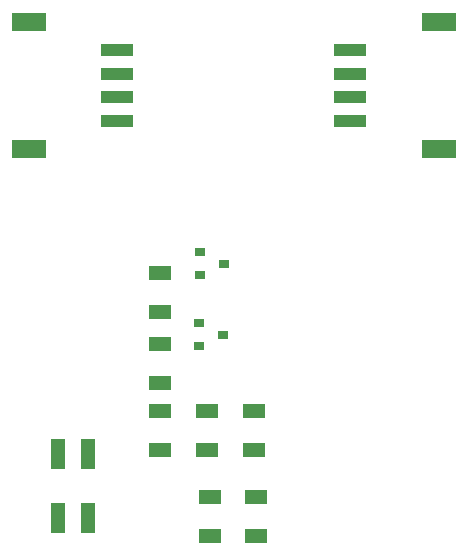
<source format=gbr>
G04 #@! TF.GenerationSoftware,KiCad,Pcbnew,(5.1.5-0-10_14)*
G04 #@! TF.CreationDate,2020-07-07T18:08:04+02:00*
G04 #@! TF.ProjectId,smartcitizen-adc-4-ch,736d6172-7463-4697-9469-7a656e2d6164,rev?*
G04 #@! TF.SameCoordinates,Original*
G04 #@! TF.FileFunction,Paste,Top*
G04 #@! TF.FilePolarity,Positive*
%FSLAX46Y46*%
G04 Gerber Fmt 4.6, Leading zero omitted, Abs format (unit mm)*
G04 Created by KiCad (PCBNEW (5.1.5-0-10_14)) date 2020-07-07 18:08:04*
%MOMM*%
%LPD*%
G04 APERTURE LIST*
%ADD10R,2.999740X1.500000*%
%ADD11R,2.738120X1.008380*%
%ADD12R,1.905000X1.270000*%
%ADD13R,1.270000X2.540000*%
%ADD14R,0.889000X0.787400*%
G04 APERTURE END LIST*
D10*
X138901620Y-63302500D03*
X138901620Y-74097500D03*
D11*
X146399700Y-65700260D03*
X146399700Y-67701780D03*
X146399700Y-69698220D03*
X146399700Y-71699740D03*
D12*
X157988000Y-96291400D03*
X157988000Y-99593400D03*
X150012400Y-96291400D03*
X150012400Y-99593400D03*
X154025600Y-96291400D03*
X154025600Y-99593400D03*
D13*
X141330000Y-105340000D03*
X141330000Y-99881540D03*
X143870000Y-105340000D03*
X143870000Y-99881540D03*
D12*
X150012400Y-84607400D03*
X150012400Y-87909400D03*
X150012400Y-93853000D03*
X150012400Y-90551000D03*
X154279600Y-103555800D03*
X154279600Y-106857800D03*
X158140400Y-106857800D03*
X158140400Y-103555800D03*
D14*
X155397200Y-83794600D03*
X153365200Y-84759800D03*
X153365200Y-82829400D03*
X153314400Y-88823800D03*
X153314400Y-90754200D03*
X155346400Y-89789000D03*
D11*
X166100300Y-65700260D03*
X166100300Y-67701780D03*
X166100300Y-69698220D03*
X166100300Y-71699740D03*
D10*
X173598380Y-63302500D03*
X173598380Y-74097500D03*
M02*

</source>
